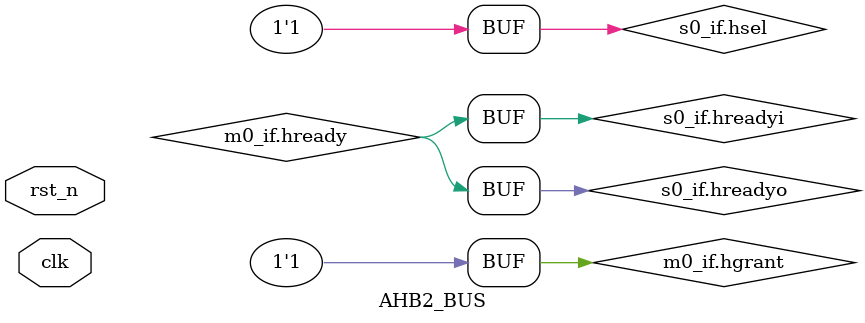
<source format=sv>
module AHB2_BUS
(
    input   wire                        clk,
    input   wire                        rst_n,

    AHB2_MST_INTF.slave                 m0_if,

    AHB2_SLV_INTF.master                s0_if
);

    assign  m0_if.hgrant                = 1'b1;

    assign  s0_if.hsel                  = 1'b1;
    //assign  s0_if.hsel                  = 1'b1;
    assign  s0_if.haddr                 = m0_if.haddr;
    assign  s0_if.htrans                = m0_if.htrans;
    assign  s0_if.hwrite                = m0_if.hwrite;
    assign  s0_if.hsize                 = m0_if.hsize;
    assign  s0_if.hburst                = m0_if.hburst;
    assign  s0_if.hprot                 = m0_if.hprot;
    assign  s0_if.hwdata                = m0_if.hwdata;

    assign  s0_if.hreadyi               = s0_if.hreadyo;

    assign  m0_if.hrdata                = s0_if.hrdata;
    assign  m0_if.hresp                 = s0_if.hresp;
    assign  m0_if.hready                = s0_if.hreadyo;

endmodule

</source>
